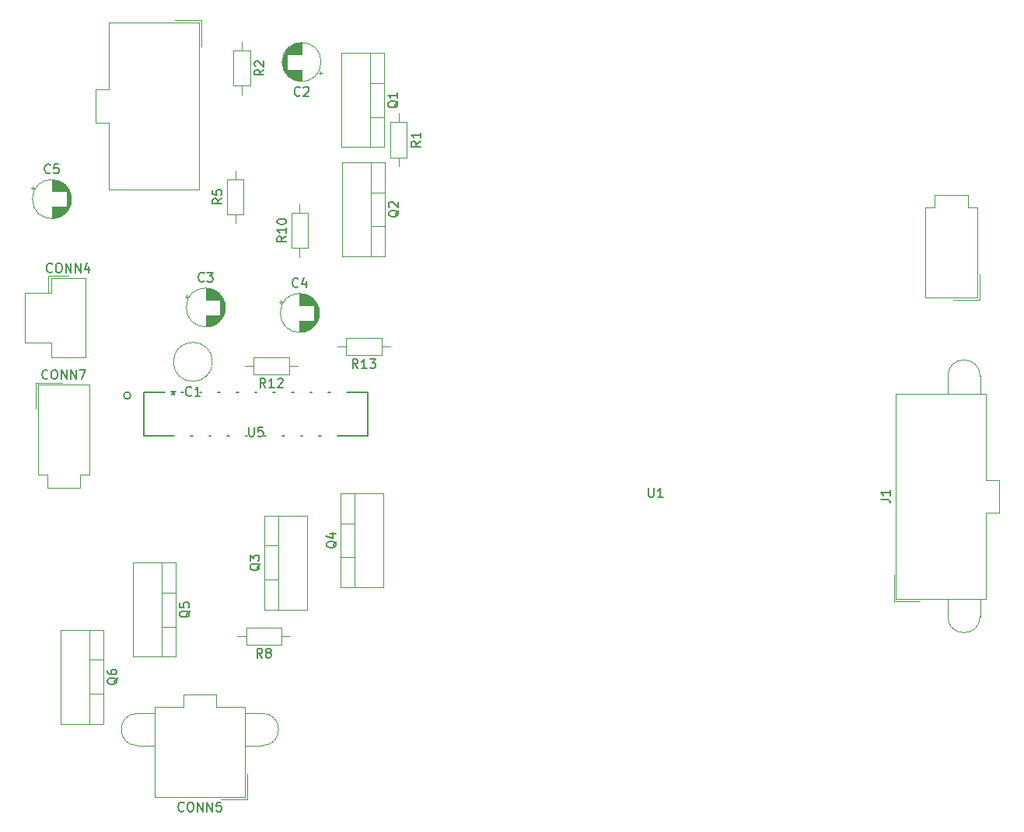
<source format=gbr>
G04 #@! TF.GenerationSoftware,KiCad,Pcbnew,(5.1.7)-1*
G04 #@! TF.CreationDate,2021-10-23T14:10:48-04:00*
G04 #@! TF.ProjectId,PCB_2020,5043425f-3230-4323-902e-6b696361645f,rev?*
G04 #@! TF.SameCoordinates,Original*
G04 #@! TF.FileFunction,Legend,Top*
G04 #@! TF.FilePolarity,Positive*
%FSLAX46Y46*%
G04 Gerber Fmt 4.6, Leading zero omitted, Abs format (unit mm)*
G04 Created by KiCad (PCBNEW (5.1.7)-1) date 2021-10-23 14:10:48*
%MOMM*%
%LPD*%
G01*
G04 APERTURE LIST*
%ADD10C,0.120000*%
%ADD11C,0.152400*%
%ADD12C,0.150000*%
G04 APERTURE END LIST*
D10*
X140350000Y-125575000D02*
G75*
G03*
X140350000Y-129095000I0J-1760000D01*
G01*
X153950000Y-129095000D02*
G75*
G03*
X153950000Y-125575000I0J1760000D01*
G01*
X153950000Y-129095000D02*
X152060000Y-129095000D01*
X153950000Y-125575000D02*
X152060000Y-125575000D01*
X140350000Y-129095000D02*
X142240000Y-129095000D01*
X140350000Y-125575000D02*
X142240000Y-125575000D01*
X147150000Y-134735000D02*
X152060000Y-134735000D01*
X152060000Y-134735000D02*
X152060000Y-124915000D01*
X152060000Y-124915000D02*
X148960000Y-124915000D01*
X148960000Y-124915000D02*
X148960000Y-123515000D01*
X148960000Y-123515000D02*
X147150000Y-123515000D01*
X147150000Y-134735000D02*
X142240000Y-134735000D01*
X142240000Y-134735000D02*
X142240000Y-124915000D01*
X142240000Y-124915000D02*
X145340000Y-124915000D01*
X145340000Y-124915000D02*
X145340000Y-123515000D01*
X145340000Y-123515000D02*
X147150000Y-123515000D01*
X149450000Y-134975000D02*
X152300000Y-134975000D01*
X152300000Y-134975000D02*
X152300000Y-132125000D01*
X130660000Y-77860000D02*
X130660000Y-79780000D01*
X132810000Y-77860000D02*
X130660000Y-77860000D01*
X128100000Y-85200000D02*
X128100000Y-82490000D01*
X130960000Y-85200000D02*
X128100000Y-85200000D01*
X130960000Y-86820000D02*
X130960000Y-85200000D01*
X134660000Y-86820000D02*
X130960000Y-86820000D01*
X134660000Y-82490000D02*
X134660000Y-86820000D01*
X128100000Y-79780000D02*
X128100000Y-82490000D01*
X130960000Y-79780000D02*
X128100000Y-79780000D01*
X130960000Y-78160000D02*
X130960000Y-79780000D01*
X134660000Y-78160000D02*
X130960000Y-78160000D01*
X134660000Y-82490000D02*
X134660000Y-78160000D01*
X162480000Y-104859000D02*
X163990000Y-104859000D01*
X162480000Y-108560000D02*
X163990000Y-108560000D01*
X163990000Y-111830000D02*
X163990000Y-101590000D01*
X162480000Y-101590000D02*
X167121000Y-101590000D01*
X162480000Y-111830000D02*
X167121000Y-111830000D01*
X167121000Y-111830000D02*
X167121000Y-101590000D01*
X162480000Y-111830000D02*
X162480000Y-101590000D01*
X222710000Y-113380000D02*
X225560000Y-113380000D01*
X222710000Y-110530000D02*
X222710000Y-113380000D01*
X234170000Y-100120000D02*
X234170000Y-101930000D01*
X232770000Y-100120000D02*
X234170000Y-100120000D01*
X232770000Y-90720000D02*
X232770000Y-100120000D01*
X222950000Y-90720000D02*
X232770000Y-90720000D01*
X222950000Y-101930000D02*
X222950000Y-90720000D01*
X234170000Y-103740000D02*
X234170000Y-101930000D01*
X232770000Y-103740000D02*
X234170000Y-103740000D01*
X232770000Y-113140000D02*
X232770000Y-103740000D01*
X222950000Y-113140000D02*
X232770000Y-113140000D01*
X222950000Y-101930000D02*
X222950000Y-113140000D01*
X232110000Y-88830000D02*
X232110000Y-90720000D01*
X228590000Y-88830000D02*
X228590000Y-90720000D01*
X232110000Y-115030000D02*
X232110000Y-113140000D01*
X228590000Y-115030000D02*
X228590000Y-113140000D01*
X232110000Y-88830000D02*
G75*
G03*
X228590000Y-88830000I-1760000J0D01*
G01*
X228590000Y-115030000D02*
G75*
G03*
X232110000Y-115030000I1760000J0D01*
G01*
X166930000Y-86510000D02*
X166930000Y-84670000D01*
X166930000Y-84670000D02*
X163090000Y-84670000D01*
X163090000Y-84670000D02*
X163090000Y-86510000D01*
X163090000Y-86510000D02*
X166930000Y-86510000D01*
X167880000Y-85590000D02*
X166930000Y-85590000D01*
X162140000Y-85590000D02*
X163090000Y-85590000D01*
X156860000Y-88610000D02*
X156860000Y-86770000D01*
X156860000Y-86770000D02*
X153020000Y-86770000D01*
X153020000Y-86770000D02*
X153020000Y-88610000D01*
X153020000Y-88610000D02*
X156860000Y-88610000D01*
X157810000Y-87690000D02*
X156860000Y-87690000D01*
X152070000Y-87690000D02*
X153020000Y-87690000D01*
X157100000Y-74880000D02*
X158940000Y-74880000D01*
X158940000Y-74880000D02*
X158940000Y-71040000D01*
X158940000Y-71040000D02*
X157100000Y-71040000D01*
X157100000Y-71040000D02*
X157100000Y-74880000D01*
X158020000Y-75830000D02*
X158020000Y-74880000D01*
X158020000Y-70090000D02*
X158020000Y-71040000D01*
X156030000Y-118070000D02*
X156030000Y-116230000D01*
X156030000Y-116230000D02*
X152190000Y-116230000D01*
X152190000Y-116230000D02*
X152190000Y-118070000D01*
X152190000Y-118070000D02*
X156030000Y-118070000D01*
X156980000Y-117150000D02*
X156030000Y-117150000D01*
X151240000Y-117150000D02*
X152190000Y-117150000D01*
X150080000Y-71210000D02*
X151920000Y-71210000D01*
X151920000Y-71210000D02*
X151920000Y-67370000D01*
X151920000Y-67370000D02*
X150080000Y-67370000D01*
X150080000Y-67370000D02*
X150080000Y-71210000D01*
X151000000Y-72160000D02*
X151000000Y-71210000D01*
X151000000Y-66420000D02*
X151000000Y-67370000D01*
X152650000Y-53340000D02*
X150810000Y-53340000D01*
X150810000Y-53340000D02*
X150810000Y-57180000D01*
X150810000Y-57180000D02*
X152650000Y-57180000D01*
X152650000Y-57180000D02*
X152650000Y-53340000D01*
X151730000Y-52390000D02*
X151730000Y-53340000D01*
X151730000Y-58130000D02*
X151730000Y-57180000D01*
X169700000Y-61140000D02*
X167860000Y-61140000D01*
X167860000Y-61140000D02*
X167860000Y-64980000D01*
X167860000Y-64980000D02*
X169700000Y-64980000D01*
X169700000Y-64980000D02*
X169700000Y-61140000D01*
X168780000Y-60190000D02*
X168780000Y-61140000D01*
X168780000Y-65930000D02*
X168780000Y-64980000D01*
X133150000Y-69530000D02*
G75*
G03*
X133150000Y-69530000I-2120000J0D01*
G01*
X131030000Y-70370000D02*
X131030000Y-71610000D01*
X131030000Y-67450000D02*
X131030000Y-68690000D01*
X131070000Y-70370000D02*
X131070000Y-71610000D01*
X131070000Y-67450000D02*
X131070000Y-68690000D01*
X131110000Y-70370000D02*
X131110000Y-71609000D01*
X131110000Y-67451000D02*
X131110000Y-68690000D01*
X131150000Y-67453000D02*
X131150000Y-68690000D01*
X131150000Y-70370000D02*
X131150000Y-71607000D01*
X131190000Y-67456000D02*
X131190000Y-68690000D01*
X131190000Y-70370000D02*
X131190000Y-71604000D01*
X131230000Y-67459000D02*
X131230000Y-68690000D01*
X131230000Y-70370000D02*
X131230000Y-71601000D01*
X131270000Y-67463000D02*
X131270000Y-68690000D01*
X131270000Y-70370000D02*
X131270000Y-71597000D01*
X131310000Y-67468000D02*
X131310000Y-68690000D01*
X131310000Y-70370000D02*
X131310000Y-71592000D01*
X131350000Y-67474000D02*
X131350000Y-68690000D01*
X131350000Y-70370000D02*
X131350000Y-71586000D01*
X131390000Y-67480000D02*
X131390000Y-68690000D01*
X131390000Y-70370000D02*
X131390000Y-71580000D01*
X131430000Y-67488000D02*
X131430000Y-68690000D01*
X131430000Y-70370000D02*
X131430000Y-71572000D01*
X131470000Y-67496000D02*
X131470000Y-68690000D01*
X131470000Y-70370000D02*
X131470000Y-71564000D01*
X131510000Y-67505000D02*
X131510000Y-68690000D01*
X131510000Y-70370000D02*
X131510000Y-71555000D01*
X131550000Y-67514000D02*
X131550000Y-68690000D01*
X131550000Y-70370000D02*
X131550000Y-71546000D01*
X131590000Y-67525000D02*
X131590000Y-68690000D01*
X131590000Y-70370000D02*
X131590000Y-71535000D01*
X131630000Y-67536000D02*
X131630000Y-68690000D01*
X131630000Y-70370000D02*
X131630000Y-71524000D01*
X131670000Y-67548000D02*
X131670000Y-68690000D01*
X131670000Y-70370000D02*
X131670000Y-71512000D01*
X131710000Y-67562000D02*
X131710000Y-68690000D01*
X131710000Y-70370000D02*
X131710000Y-71498000D01*
X131751000Y-67576000D02*
X131751000Y-68690000D01*
X131751000Y-70370000D02*
X131751000Y-71484000D01*
X131791000Y-67590000D02*
X131791000Y-68690000D01*
X131791000Y-70370000D02*
X131791000Y-71470000D01*
X131831000Y-67606000D02*
X131831000Y-68690000D01*
X131831000Y-70370000D02*
X131831000Y-71454000D01*
X131871000Y-67623000D02*
X131871000Y-68690000D01*
X131871000Y-70370000D02*
X131871000Y-71437000D01*
X131911000Y-67641000D02*
X131911000Y-68690000D01*
X131911000Y-70370000D02*
X131911000Y-71419000D01*
X131951000Y-67660000D02*
X131951000Y-68690000D01*
X131951000Y-70370000D02*
X131951000Y-71400000D01*
X131991000Y-67679000D02*
X131991000Y-68690000D01*
X131991000Y-70370000D02*
X131991000Y-71381000D01*
X132031000Y-67700000D02*
X132031000Y-68690000D01*
X132031000Y-70370000D02*
X132031000Y-71360000D01*
X132071000Y-67722000D02*
X132071000Y-68690000D01*
X132071000Y-70370000D02*
X132071000Y-71338000D01*
X132111000Y-67745000D02*
X132111000Y-68690000D01*
X132111000Y-70370000D02*
X132111000Y-71315000D01*
X132151000Y-67770000D02*
X132151000Y-68690000D01*
X132151000Y-70370000D02*
X132151000Y-71290000D01*
X132191000Y-67795000D02*
X132191000Y-68690000D01*
X132191000Y-70370000D02*
X132191000Y-71265000D01*
X132231000Y-67822000D02*
X132231000Y-68690000D01*
X132231000Y-70370000D02*
X132231000Y-71238000D01*
X132271000Y-67850000D02*
X132271000Y-68690000D01*
X132271000Y-70370000D02*
X132271000Y-71210000D01*
X132311000Y-67880000D02*
X132311000Y-68690000D01*
X132311000Y-70370000D02*
X132311000Y-71180000D01*
X132351000Y-67911000D02*
X132351000Y-68690000D01*
X132351000Y-70370000D02*
X132351000Y-71149000D01*
X132391000Y-67943000D02*
X132391000Y-68690000D01*
X132391000Y-70370000D02*
X132391000Y-71117000D01*
X132431000Y-67978000D02*
X132431000Y-68690000D01*
X132431000Y-70370000D02*
X132431000Y-71082000D01*
X132471000Y-68014000D02*
X132471000Y-68690000D01*
X132471000Y-70370000D02*
X132471000Y-71046000D01*
X132511000Y-68052000D02*
X132511000Y-68690000D01*
X132511000Y-70370000D02*
X132511000Y-71008000D01*
X132551000Y-68092000D02*
X132551000Y-68690000D01*
X132551000Y-70370000D02*
X132551000Y-70968000D01*
X132591000Y-68134000D02*
X132591000Y-68690000D01*
X132591000Y-70370000D02*
X132591000Y-70926000D01*
X132631000Y-68179000D02*
X132631000Y-70881000D01*
X132671000Y-68226000D02*
X132671000Y-70834000D01*
X132711000Y-68276000D02*
X132711000Y-70784000D01*
X132751000Y-68330000D02*
X132751000Y-70730000D01*
X132791000Y-68388000D02*
X132791000Y-70672000D01*
X132831000Y-68450000D02*
X132831000Y-70610000D01*
X132871000Y-68517000D02*
X132871000Y-70543000D01*
X132911000Y-68590000D02*
X132911000Y-70470000D01*
X132951000Y-68671000D02*
X132951000Y-70389000D01*
X132991000Y-68762000D02*
X132991000Y-70298000D01*
X133031000Y-68866000D02*
X133031000Y-70194000D01*
X133071000Y-68993000D02*
X133071000Y-70067000D01*
X133111000Y-69160000D02*
X133111000Y-69900000D01*
X128760199Y-68335000D02*
X129160199Y-68335000D01*
X128960199Y-68135000D02*
X128960199Y-68535000D01*
X160140000Y-81930000D02*
G75*
G03*
X160140000Y-81930000I-2120000J0D01*
G01*
X158020000Y-82770000D02*
X158020000Y-84010000D01*
X158020000Y-79850000D02*
X158020000Y-81090000D01*
X158060000Y-82770000D02*
X158060000Y-84010000D01*
X158060000Y-79850000D02*
X158060000Y-81090000D01*
X158100000Y-82770000D02*
X158100000Y-84009000D01*
X158100000Y-79851000D02*
X158100000Y-81090000D01*
X158140000Y-79853000D02*
X158140000Y-81090000D01*
X158140000Y-82770000D02*
X158140000Y-84007000D01*
X158180000Y-79856000D02*
X158180000Y-81090000D01*
X158180000Y-82770000D02*
X158180000Y-84004000D01*
X158220000Y-79859000D02*
X158220000Y-81090000D01*
X158220000Y-82770000D02*
X158220000Y-84001000D01*
X158260000Y-79863000D02*
X158260000Y-81090000D01*
X158260000Y-82770000D02*
X158260000Y-83997000D01*
X158300000Y-79868000D02*
X158300000Y-81090000D01*
X158300000Y-82770000D02*
X158300000Y-83992000D01*
X158340000Y-79874000D02*
X158340000Y-81090000D01*
X158340000Y-82770000D02*
X158340000Y-83986000D01*
X158380000Y-79880000D02*
X158380000Y-81090000D01*
X158380000Y-82770000D02*
X158380000Y-83980000D01*
X158420000Y-79888000D02*
X158420000Y-81090000D01*
X158420000Y-82770000D02*
X158420000Y-83972000D01*
X158460000Y-79896000D02*
X158460000Y-81090000D01*
X158460000Y-82770000D02*
X158460000Y-83964000D01*
X158500000Y-79905000D02*
X158500000Y-81090000D01*
X158500000Y-82770000D02*
X158500000Y-83955000D01*
X158540000Y-79914000D02*
X158540000Y-81090000D01*
X158540000Y-82770000D02*
X158540000Y-83946000D01*
X158580000Y-79925000D02*
X158580000Y-81090000D01*
X158580000Y-82770000D02*
X158580000Y-83935000D01*
X158620000Y-79936000D02*
X158620000Y-81090000D01*
X158620000Y-82770000D02*
X158620000Y-83924000D01*
X158660000Y-79948000D02*
X158660000Y-81090000D01*
X158660000Y-82770000D02*
X158660000Y-83912000D01*
X158700000Y-79962000D02*
X158700000Y-81090000D01*
X158700000Y-82770000D02*
X158700000Y-83898000D01*
X158741000Y-79976000D02*
X158741000Y-81090000D01*
X158741000Y-82770000D02*
X158741000Y-83884000D01*
X158781000Y-79990000D02*
X158781000Y-81090000D01*
X158781000Y-82770000D02*
X158781000Y-83870000D01*
X158821000Y-80006000D02*
X158821000Y-81090000D01*
X158821000Y-82770000D02*
X158821000Y-83854000D01*
X158861000Y-80023000D02*
X158861000Y-81090000D01*
X158861000Y-82770000D02*
X158861000Y-83837000D01*
X158901000Y-80041000D02*
X158901000Y-81090000D01*
X158901000Y-82770000D02*
X158901000Y-83819000D01*
X158941000Y-80060000D02*
X158941000Y-81090000D01*
X158941000Y-82770000D02*
X158941000Y-83800000D01*
X158981000Y-80079000D02*
X158981000Y-81090000D01*
X158981000Y-82770000D02*
X158981000Y-83781000D01*
X159021000Y-80100000D02*
X159021000Y-81090000D01*
X159021000Y-82770000D02*
X159021000Y-83760000D01*
X159061000Y-80122000D02*
X159061000Y-81090000D01*
X159061000Y-82770000D02*
X159061000Y-83738000D01*
X159101000Y-80145000D02*
X159101000Y-81090000D01*
X159101000Y-82770000D02*
X159101000Y-83715000D01*
X159141000Y-80170000D02*
X159141000Y-81090000D01*
X159141000Y-82770000D02*
X159141000Y-83690000D01*
X159181000Y-80195000D02*
X159181000Y-81090000D01*
X159181000Y-82770000D02*
X159181000Y-83665000D01*
X159221000Y-80222000D02*
X159221000Y-81090000D01*
X159221000Y-82770000D02*
X159221000Y-83638000D01*
X159261000Y-80250000D02*
X159261000Y-81090000D01*
X159261000Y-82770000D02*
X159261000Y-83610000D01*
X159301000Y-80280000D02*
X159301000Y-81090000D01*
X159301000Y-82770000D02*
X159301000Y-83580000D01*
X159341000Y-80311000D02*
X159341000Y-81090000D01*
X159341000Y-82770000D02*
X159341000Y-83549000D01*
X159381000Y-80343000D02*
X159381000Y-81090000D01*
X159381000Y-82770000D02*
X159381000Y-83517000D01*
X159421000Y-80378000D02*
X159421000Y-81090000D01*
X159421000Y-82770000D02*
X159421000Y-83482000D01*
X159461000Y-80414000D02*
X159461000Y-81090000D01*
X159461000Y-82770000D02*
X159461000Y-83446000D01*
X159501000Y-80452000D02*
X159501000Y-81090000D01*
X159501000Y-82770000D02*
X159501000Y-83408000D01*
X159541000Y-80492000D02*
X159541000Y-81090000D01*
X159541000Y-82770000D02*
X159541000Y-83368000D01*
X159581000Y-80534000D02*
X159581000Y-81090000D01*
X159581000Y-82770000D02*
X159581000Y-83326000D01*
X159621000Y-80579000D02*
X159621000Y-83281000D01*
X159661000Y-80626000D02*
X159661000Y-83234000D01*
X159701000Y-80676000D02*
X159701000Y-83184000D01*
X159741000Y-80730000D02*
X159741000Y-83130000D01*
X159781000Y-80788000D02*
X159781000Y-83072000D01*
X159821000Y-80850000D02*
X159821000Y-83010000D01*
X159861000Y-80917000D02*
X159861000Y-82943000D01*
X159901000Y-80990000D02*
X159901000Y-82870000D01*
X159941000Y-81071000D02*
X159941000Y-82789000D01*
X159981000Y-81162000D02*
X159981000Y-82698000D01*
X160021000Y-81266000D02*
X160021000Y-82594000D01*
X160061000Y-81393000D02*
X160061000Y-82467000D01*
X160101000Y-81560000D02*
X160101000Y-82300000D01*
X155750199Y-80735000D02*
X156150199Y-80735000D01*
X155950199Y-80535000D02*
X155950199Y-80935000D01*
X149900000Y-81340000D02*
G75*
G03*
X149900000Y-81340000I-2120000J0D01*
G01*
X147780000Y-82180000D02*
X147780000Y-83420000D01*
X147780000Y-79260000D02*
X147780000Y-80500000D01*
X147820000Y-82180000D02*
X147820000Y-83420000D01*
X147820000Y-79260000D02*
X147820000Y-80500000D01*
X147860000Y-82180000D02*
X147860000Y-83419000D01*
X147860000Y-79261000D02*
X147860000Y-80500000D01*
X147900000Y-79263000D02*
X147900000Y-80500000D01*
X147900000Y-82180000D02*
X147900000Y-83417000D01*
X147940000Y-79266000D02*
X147940000Y-80500000D01*
X147940000Y-82180000D02*
X147940000Y-83414000D01*
X147980000Y-79269000D02*
X147980000Y-80500000D01*
X147980000Y-82180000D02*
X147980000Y-83411000D01*
X148020000Y-79273000D02*
X148020000Y-80500000D01*
X148020000Y-82180000D02*
X148020000Y-83407000D01*
X148060000Y-79278000D02*
X148060000Y-80500000D01*
X148060000Y-82180000D02*
X148060000Y-83402000D01*
X148100000Y-79284000D02*
X148100000Y-80500000D01*
X148100000Y-82180000D02*
X148100000Y-83396000D01*
X148140000Y-79290000D02*
X148140000Y-80500000D01*
X148140000Y-82180000D02*
X148140000Y-83390000D01*
X148180000Y-79298000D02*
X148180000Y-80500000D01*
X148180000Y-82180000D02*
X148180000Y-83382000D01*
X148220000Y-79306000D02*
X148220000Y-80500000D01*
X148220000Y-82180000D02*
X148220000Y-83374000D01*
X148260000Y-79315000D02*
X148260000Y-80500000D01*
X148260000Y-82180000D02*
X148260000Y-83365000D01*
X148300000Y-79324000D02*
X148300000Y-80500000D01*
X148300000Y-82180000D02*
X148300000Y-83356000D01*
X148340000Y-79335000D02*
X148340000Y-80500000D01*
X148340000Y-82180000D02*
X148340000Y-83345000D01*
X148380000Y-79346000D02*
X148380000Y-80500000D01*
X148380000Y-82180000D02*
X148380000Y-83334000D01*
X148420000Y-79358000D02*
X148420000Y-80500000D01*
X148420000Y-82180000D02*
X148420000Y-83322000D01*
X148460000Y-79372000D02*
X148460000Y-80500000D01*
X148460000Y-82180000D02*
X148460000Y-83308000D01*
X148501000Y-79386000D02*
X148501000Y-80500000D01*
X148501000Y-82180000D02*
X148501000Y-83294000D01*
X148541000Y-79400000D02*
X148541000Y-80500000D01*
X148541000Y-82180000D02*
X148541000Y-83280000D01*
X148581000Y-79416000D02*
X148581000Y-80500000D01*
X148581000Y-82180000D02*
X148581000Y-83264000D01*
X148621000Y-79433000D02*
X148621000Y-80500000D01*
X148621000Y-82180000D02*
X148621000Y-83247000D01*
X148661000Y-79451000D02*
X148661000Y-80500000D01*
X148661000Y-82180000D02*
X148661000Y-83229000D01*
X148701000Y-79470000D02*
X148701000Y-80500000D01*
X148701000Y-82180000D02*
X148701000Y-83210000D01*
X148741000Y-79489000D02*
X148741000Y-80500000D01*
X148741000Y-82180000D02*
X148741000Y-83191000D01*
X148781000Y-79510000D02*
X148781000Y-80500000D01*
X148781000Y-82180000D02*
X148781000Y-83170000D01*
X148821000Y-79532000D02*
X148821000Y-80500000D01*
X148821000Y-82180000D02*
X148821000Y-83148000D01*
X148861000Y-79555000D02*
X148861000Y-80500000D01*
X148861000Y-82180000D02*
X148861000Y-83125000D01*
X148901000Y-79580000D02*
X148901000Y-80500000D01*
X148901000Y-82180000D02*
X148901000Y-83100000D01*
X148941000Y-79605000D02*
X148941000Y-80500000D01*
X148941000Y-82180000D02*
X148941000Y-83075000D01*
X148981000Y-79632000D02*
X148981000Y-80500000D01*
X148981000Y-82180000D02*
X148981000Y-83048000D01*
X149021000Y-79660000D02*
X149021000Y-80500000D01*
X149021000Y-82180000D02*
X149021000Y-83020000D01*
X149061000Y-79690000D02*
X149061000Y-80500000D01*
X149061000Y-82180000D02*
X149061000Y-82990000D01*
X149101000Y-79721000D02*
X149101000Y-80500000D01*
X149101000Y-82180000D02*
X149101000Y-82959000D01*
X149141000Y-79753000D02*
X149141000Y-80500000D01*
X149141000Y-82180000D02*
X149141000Y-82927000D01*
X149181000Y-79788000D02*
X149181000Y-80500000D01*
X149181000Y-82180000D02*
X149181000Y-82892000D01*
X149221000Y-79824000D02*
X149221000Y-80500000D01*
X149221000Y-82180000D02*
X149221000Y-82856000D01*
X149261000Y-79862000D02*
X149261000Y-80500000D01*
X149261000Y-82180000D02*
X149261000Y-82818000D01*
X149301000Y-79902000D02*
X149301000Y-80500000D01*
X149301000Y-82180000D02*
X149301000Y-82778000D01*
X149341000Y-79944000D02*
X149341000Y-80500000D01*
X149341000Y-82180000D02*
X149341000Y-82736000D01*
X149381000Y-79989000D02*
X149381000Y-82691000D01*
X149421000Y-80036000D02*
X149421000Y-82644000D01*
X149461000Y-80086000D02*
X149461000Y-82594000D01*
X149501000Y-80140000D02*
X149501000Y-82540000D01*
X149541000Y-80198000D02*
X149541000Y-82482000D01*
X149581000Y-80260000D02*
X149581000Y-82420000D01*
X149621000Y-80327000D02*
X149621000Y-82353000D01*
X149661000Y-80400000D02*
X149661000Y-82280000D01*
X149701000Y-80481000D02*
X149701000Y-82199000D01*
X149741000Y-80572000D02*
X149741000Y-82108000D01*
X149781000Y-80676000D02*
X149781000Y-82004000D01*
X149821000Y-80803000D02*
X149821000Y-81877000D01*
X149861000Y-80970000D02*
X149861000Y-81710000D01*
X145510199Y-80145000D02*
X145910199Y-80145000D01*
X145710199Y-79945000D02*
X145710199Y-80345000D01*
X160340000Y-54590000D02*
G75*
G03*
X160340000Y-54590000I-2120000J0D01*
G01*
X158220000Y-53750000D02*
X158220000Y-52510000D01*
X158220000Y-56670000D02*
X158220000Y-55430000D01*
X158180000Y-53750000D02*
X158180000Y-52510000D01*
X158180000Y-56670000D02*
X158180000Y-55430000D01*
X158140000Y-53750000D02*
X158140000Y-52511000D01*
X158140000Y-56669000D02*
X158140000Y-55430000D01*
X158100000Y-56667000D02*
X158100000Y-55430000D01*
X158100000Y-53750000D02*
X158100000Y-52513000D01*
X158060000Y-56664000D02*
X158060000Y-55430000D01*
X158060000Y-53750000D02*
X158060000Y-52516000D01*
X158020000Y-56661000D02*
X158020000Y-55430000D01*
X158020000Y-53750000D02*
X158020000Y-52519000D01*
X157980000Y-56657000D02*
X157980000Y-55430000D01*
X157980000Y-53750000D02*
X157980000Y-52523000D01*
X157940000Y-56652000D02*
X157940000Y-55430000D01*
X157940000Y-53750000D02*
X157940000Y-52528000D01*
X157900000Y-56646000D02*
X157900000Y-55430000D01*
X157900000Y-53750000D02*
X157900000Y-52534000D01*
X157860000Y-56640000D02*
X157860000Y-55430000D01*
X157860000Y-53750000D02*
X157860000Y-52540000D01*
X157820000Y-56632000D02*
X157820000Y-55430000D01*
X157820000Y-53750000D02*
X157820000Y-52548000D01*
X157780000Y-56624000D02*
X157780000Y-55430000D01*
X157780000Y-53750000D02*
X157780000Y-52556000D01*
X157740000Y-56615000D02*
X157740000Y-55430000D01*
X157740000Y-53750000D02*
X157740000Y-52565000D01*
X157700000Y-56606000D02*
X157700000Y-55430000D01*
X157700000Y-53750000D02*
X157700000Y-52574000D01*
X157660000Y-56595000D02*
X157660000Y-55430000D01*
X157660000Y-53750000D02*
X157660000Y-52585000D01*
X157620000Y-56584000D02*
X157620000Y-55430000D01*
X157620000Y-53750000D02*
X157620000Y-52596000D01*
X157580000Y-56572000D02*
X157580000Y-55430000D01*
X157580000Y-53750000D02*
X157580000Y-52608000D01*
X157540000Y-56558000D02*
X157540000Y-55430000D01*
X157540000Y-53750000D02*
X157540000Y-52622000D01*
X157499000Y-56544000D02*
X157499000Y-55430000D01*
X157499000Y-53750000D02*
X157499000Y-52636000D01*
X157459000Y-56530000D02*
X157459000Y-55430000D01*
X157459000Y-53750000D02*
X157459000Y-52650000D01*
X157419000Y-56514000D02*
X157419000Y-55430000D01*
X157419000Y-53750000D02*
X157419000Y-52666000D01*
X157379000Y-56497000D02*
X157379000Y-55430000D01*
X157379000Y-53750000D02*
X157379000Y-52683000D01*
X157339000Y-56479000D02*
X157339000Y-55430000D01*
X157339000Y-53750000D02*
X157339000Y-52701000D01*
X157299000Y-56460000D02*
X157299000Y-55430000D01*
X157299000Y-53750000D02*
X157299000Y-52720000D01*
X157259000Y-56441000D02*
X157259000Y-55430000D01*
X157259000Y-53750000D02*
X157259000Y-52739000D01*
X157219000Y-56420000D02*
X157219000Y-55430000D01*
X157219000Y-53750000D02*
X157219000Y-52760000D01*
X157179000Y-56398000D02*
X157179000Y-55430000D01*
X157179000Y-53750000D02*
X157179000Y-52782000D01*
X157139000Y-56375000D02*
X157139000Y-55430000D01*
X157139000Y-53750000D02*
X157139000Y-52805000D01*
X157099000Y-56350000D02*
X157099000Y-55430000D01*
X157099000Y-53750000D02*
X157099000Y-52830000D01*
X157059000Y-56325000D02*
X157059000Y-55430000D01*
X157059000Y-53750000D02*
X157059000Y-52855000D01*
X157019000Y-56298000D02*
X157019000Y-55430000D01*
X157019000Y-53750000D02*
X157019000Y-52882000D01*
X156979000Y-56270000D02*
X156979000Y-55430000D01*
X156979000Y-53750000D02*
X156979000Y-52910000D01*
X156939000Y-56240000D02*
X156939000Y-55430000D01*
X156939000Y-53750000D02*
X156939000Y-52940000D01*
X156899000Y-56209000D02*
X156899000Y-55430000D01*
X156899000Y-53750000D02*
X156899000Y-52971000D01*
X156859000Y-56177000D02*
X156859000Y-55430000D01*
X156859000Y-53750000D02*
X156859000Y-53003000D01*
X156819000Y-56142000D02*
X156819000Y-55430000D01*
X156819000Y-53750000D02*
X156819000Y-53038000D01*
X156779000Y-56106000D02*
X156779000Y-55430000D01*
X156779000Y-53750000D02*
X156779000Y-53074000D01*
X156739000Y-56068000D02*
X156739000Y-55430000D01*
X156739000Y-53750000D02*
X156739000Y-53112000D01*
X156699000Y-56028000D02*
X156699000Y-55430000D01*
X156699000Y-53750000D02*
X156699000Y-53152000D01*
X156659000Y-55986000D02*
X156659000Y-55430000D01*
X156659000Y-53750000D02*
X156659000Y-53194000D01*
X156619000Y-55941000D02*
X156619000Y-53239000D01*
X156579000Y-55894000D02*
X156579000Y-53286000D01*
X156539000Y-55844000D02*
X156539000Y-53336000D01*
X156499000Y-55790000D02*
X156499000Y-53390000D01*
X156459000Y-55732000D02*
X156459000Y-53448000D01*
X156419000Y-55670000D02*
X156419000Y-53510000D01*
X156379000Y-55603000D02*
X156379000Y-53577000D01*
X156339000Y-55530000D02*
X156339000Y-53650000D01*
X156299000Y-55449000D02*
X156299000Y-53731000D01*
X156259000Y-55358000D02*
X156259000Y-53822000D01*
X156219000Y-55254000D02*
X156219000Y-53926000D01*
X156179000Y-55127000D02*
X156179000Y-54053000D01*
X156139000Y-54960000D02*
X156139000Y-54220000D01*
X160489801Y-55785000D02*
X160089801Y-55785000D01*
X160289801Y-55985000D02*
X160289801Y-55585000D01*
X148510000Y-87270000D02*
G75*
G03*
X148510000Y-87270000I-2120000J0D01*
G01*
D11*
X139612899Y-90940000D02*
G75*
G03*
X139612899Y-90940000I-381000J0D01*
G01*
X161347826Y-90565104D02*
X161132172Y-90565104D01*
X162132169Y-95314904D02*
X165470099Y-95314904D01*
X159347825Y-90565104D02*
X159132173Y-90565104D01*
X160132170Y-95314904D02*
X160347829Y-95314904D01*
X157347826Y-90565104D02*
X157132172Y-90565104D01*
X158132169Y-95314904D02*
X158347830Y-95314904D01*
X155347825Y-90565104D02*
X155132173Y-90565104D01*
X156132171Y-95314904D02*
X156347829Y-95314904D01*
X153347827Y-90565104D02*
X153132172Y-90565104D01*
X154132170Y-95314904D02*
X154347830Y-95314904D01*
X151347826Y-90565104D02*
X151132174Y-90565104D01*
X152132169Y-95314904D02*
X152347829Y-95314904D01*
X149347827Y-90565104D02*
X149132173Y-90565104D01*
X150132170Y-95314904D02*
X150347828Y-95314904D01*
X147347826Y-90565104D02*
X147132172Y-90565104D01*
X148132169Y-95314904D02*
X148347830Y-95314904D01*
X145347825Y-90565104D02*
X145132173Y-90565104D01*
X146132170Y-95314904D02*
X146347829Y-95314904D01*
X143347826Y-90565104D02*
X141009899Y-90565104D01*
X141009899Y-90565104D02*
X141009899Y-95314904D01*
X165470099Y-90565104D02*
X163132173Y-90565104D01*
X165470099Y-95314904D02*
X165470099Y-90565104D01*
X141009899Y-95314904D02*
X144347830Y-95314904D01*
D10*
X129270000Y-89540000D02*
X129270000Y-92390000D01*
X132120000Y-89540000D02*
X129270000Y-89540000D01*
X134130000Y-101000000D02*
X132320000Y-101000000D01*
X134130000Y-99600000D02*
X134130000Y-101000000D01*
X135130000Y-99600000D02*
X134130000Y-99600000D01*
X135130000Y-89780000D02*
X135130000Y-99600000D01*
X132320000Y-89780000D02*
X135130000Y-89780000D01*
X130510000Y-101000000D02*
X132320000Y-101000000D01*
X130510000Y-99600000D02*
X130510000Y-101000000D01*
X129510000Y-99600000D02*
X130510000Y-99600000D01*
X129510000Y-89780000D02*
X129510000Y-99600000D01*
X132320000Y-89780000D02*
X129510000Y-89780000D01*
X147060000Y-59375000D02*
X147060000Y-50265000D01*
X147060000Y-50265000D02*
X137240000Y-50265000D01*
X137240000Y-50265000D02*
X137240000Y-57565000D01*
X137240000Y-57565000D02*
X135840000Y-57565000D01*
X135840000Y-57565000D02*
X135840000Y-59375000D01*
X147060000Y-59375000D02*
X147060000Y-68485000D01*
X147060000Y-68485000D02*
X137240000Y-68485000D01*
X137240000Y-68485000D02*
X137240000Y-61185000D01*
X137240000Y-61185000D02*
X135840000Y-61185000D01*
X135840000Y-61185000D02*
X135840000Y-59375000D01*
X147300000Y-52875000D02*
X147300000Y-50025000D01*
X147300000Y-50025000D02*
X144450000Y-50025000D01*
X154160000Y-107299000D02*
X155670000Y-107299000D01*
X154160000Y-111000000D02*
X155670000Y-111000000D01*
X155670000Y-114270000D02*
X155670000Y-104030000D01*
X154160000Y-104030000D02*
X158801000Y-104030000D01*
X154160000Y-114270000D02*
X158801000Y-114270000D01*
X158801000Y-114270000D02*
X158801000Y-104030000D01*
X154160000Y-114270000D02*
X154160000Y-104030000D01*
X167190000Y-60591000D02*
X165680000Y-60591000D01*
X167190000Y-56890000D02*
X165680000Y-56890000D01*
X165680000Y-53620000D02*
X165680000Y-63860000D01*
X167190000Y-63860000D02*
X162549000Y-63860000D01*
X167190000Y-53620000D02*
X162549000Y-53620000D01*
X162549000Y-53620000D02*
X162549000Y-63860000D01*
X167190000Y-53620000D02*
X167190000Y-63860000D01*
X167260000Y-72501000D02*
X165750000Y-72501000D01*
X167260000Y-68800000D02*
X165750000Y-68800000D01*
X165750000Y-65530000D02*
X165750000Y-75770000D01*
X167260000Y-75770000D02*
X162619000Y-75770000D01*
X167260000Y-65530000D02*
X162619000Y-65530000D01*
X162619000Y-65530000D02*
X162619000Y-75770000D01*
X167260000Y-65530000D02*
X167260000Y-75770000D01*
X144520000Y-116141000D02*
X143010000Y-116141000D01*
X144520000Y-112440000D02*
X143010000Y-112440000D01*
X143010000Y-109170000D02*
X143010000Y-119410000D01*
X144520000Y-119410000D02*
X139879000Y-119410000D01*
X144520000Y-109170000D02*
X139879000Y-109170000D01*
X139879000Y-109170000D02*
X139879000Y-119410000D01*
X144520000Y-109170000D02*
X144520000Y-119410000D01*
X136630000Y-123441000D02*
X135120000Y-123441000D01*
X136630000Y-119740000D02*
X135120000Y-119740000D01*
X135120000Y-116470000D02*
X135120000Y-126710000D01*
X136630000Y-126710000D02*
X131989000Y-126710000D01*
X136630000Y-116470000D02*
X131989000Y-116470000D01*
X131989000Y-116470000D02*
X131989000Y-126710000D01*
X136630000Y-116470000D02*
X136630000Y-126710000D01*
X228990000Y-80300000D02*
X231800000Y-80300000D01*
X231800000Y-80300000D02*
X231800000Y-70480000D01*
X231800000Y-70480000D02*
X230800000Y-70480000D01*
X230800000Y-70480000D02*
X230800000Y-69080000D01*
X230800000Y-69080000D02*
X228990000Y-69080000D01*
X228990000Y-80300000D02*
X226180000Y-80300000D01*
X226180000Y-80300000D02*
X226180000Y-70480000D01*
X226180000Y-70480000D02*
X227180000Y-70480000D01*
X227180000Y-70480000D02*
X227180000Y-69080000D01*
X227180000Y-69080000D02*
X228990000Y-69080000D01*
X229190000Y-80540000D02*
X232040000Y-80540000D01*
X232040000Y-80540000D02*
X232040000Y-77690000D01*
D12*
X145411904Y-136182142D02*
X145364285Y-136229761D01*
X145221428Y-136277380D01*
X145126190Y-136277380D01*
X144983333Y-136229761D01*
X144888095Y-136134523D01*
X144840476Y-136039285D01*
X144792857Y-135848809D01*
X144792857Y-135705952D01*
X144840476Y-135515476D01*
X144888095Y-135420238D01*
X144983333Y-135325000D01*
X145126190Y-135277380D01*
X145221428Y-135277380D01*
X145364285Y-135325000D01*
X145411904Y-135372619D01*
X146030952Y-135277380D02*
X146221428Y-135277380D01*
X146316666Y-135325000D01*
X146411904Y-135420238D01*
X146459523Y-135610714D01*
X146459523Y-135944047D01*
X146411904Y-136134523D01*
X146316666Y-136229761D01*
X146221428Y-136277380D01*
X146030952Y-136277380D01*
X145935714Y-136229761D01*
X145840476Y-136134523D01*
X145792857Y-135944047D01*
X145792857Y-135610714D01*
X145840476Y-135420238D01*
X145935714Y-135325000D01*
X146030952Y-135277380D01*
X146888095Y-136277380D02*
X146888095Y-135277380D01*
X147459523Y-136277380D01*
X147459523Y-135277380D01*
X147935714Y-136277380D02*
X147935714Y-135277380D01*
X148507142Y-136277380D01*
X148507142Y-135277380D01*
X149459523Y-135277380D02*
X148983333Y-135277380D01*
X148935714Y-135753571D01*
X148983333Y-135705952D01*
X149078571Y-135658333D01*
X149316666Y-135658333D01*
X149411904Y-135705952D01*
X149459523Y-135753571D01*
X149507142Y-135848809D01*
X149507142Y-136086904D01*
X149459523Y-136182142D01*
X149411904Y-136229761D01*
X149316666Y-136277380D01*
X149078571Y-136277380D01*
X148983333Y-136229761D01*
X148935714Y-136182142D01*
X131071904Y-77427142D02*
X131024285Y-77474761D01*
X130881428Y-77522380D01*
X130786190Y-77522380D01*
X130643333Y-77474761D01*
X130548095Y-77379523D01*
X130500476Y-77284285D01*
X130452857Y-77093809D01*
X130452857Y-76950952D01*
X130500476Y-76760476D01*
X130548095Y-76665238D01*
X130643333Y-76570000D01*
X130786190Y-76522380D01*
X130881428Y-76522380D01*
X131024285Y-76570000D01*
X131071904Y-76617619D01*
X131690952Y-76522380D02*
X131881428Y-76522380D01*
X131976666Y-76570000D01*
X132071904Y-76665238D01*
X132119523Y-76855714D01*
X132119523Y-77189047D01*
X132071904Y-77379523D01*
X131976666Y-77474761D01*
X131881428Y-77522380D01*
X131690952Y-77522380D01*
X131595714Y-77474761D01*
X131500476Y-77379523D01*
X131452857Y-77189047D01*
X131452857Y-76855714D01*
X131500476Y-76665238D01*
X131595714Y-76570000D01*
X131690952Y-76522380D01*
X132548095Y-77522380D02*
X132548095Y-76522380D01*
X133119523Y-77522380D01*
X133119523Y-76522380D01*
X133595714Y-77522380D02*
X133595714Y-76522380D01*
X134167142Y-77522380D01*
X134167142Y-76522380D01*
X135071904Y-76855714D02*
X135071904Y-77522380D01*
X134833809Y-76474761D02*
X134595714Y-77189047D01*
X135214761Y-77189047D01*
X162027619Y-106805238D02*
X161980000Y-106900476D01*
X161884761Y-106995714D01*
X161741904Y-107138571D01*
X161694285Y-107233809D01*
X161694285Y-107329047D01*
X161932380Y-107281428D02*
X161884761Y-107376666D01*
X161789523Y-107471904D01*
X161599047Y-107519523D01*
X161265714Y-107519523D01*
X161075238Y-107471904D01*
X160980000Y-107376666D01*
X160932380Y-107281428D01*
X160932380Y-107090952D01*
X160980000Y-106995714D01*
X161075238Y-106900476D01*
X161265714Y-106852857D01*
X161599047Y-106852857D01*
X161789523Y-106900476D01*
X161884761Y-106995714D01*
X161932380Y-107090952D01*
X161932380Y-107281428D01*
X161265714Y-105995714D02*
X161932380Y-105995714D01*
X160884761Y-106233809D02*
X161599047Y-106471904D01*
X161599047Y-105852857D01*
X196014495Y-101021280D02*
X196014495Y-101830804D01*
X196062114Y-101926042D01*
X196109733Y-101973661D01*
X196204971Y-102021280D01*
X196395447Y-102021280D01*
X196490685Y-101973661D01*
X196538304Y-101926042D01*
X196585923Y-101830804D01*
X196585923Y-101021280D01*
X197585923Y-102021280D02*
X197014495Y-102021280D01*
X197300209Y-102021280D02*
X197300209Y-101021280D01*
X197204971Y-101164138D01*
X197109733Y-101259376D01*
X197014495Y-101306995D01*
X221312380Y-102263333D02*
X222026666Y-102263333D01*
X222169523Y-102310952D01*
X222264761Y-102406190D01*
X222312380Y-102549047D01*
X222312380Y-102644285D01*
X222312380Y-101263333D02*
X222312380Y-101834761D01*
X222312380Y-101549047D02*
X221312380Y-101549047D01*
X221455238Y-101644285D01*
X221550476Y-101739523D01*
X221598095Y-101834761D01*
X164367142Y-87962380D02*
X164033809Y-87486190D01*
X163795714Y-87962380D02*
X163795714Y-86962380D01*
X164176666Y-86962380D01*
X164271904Y-87010000D01*
X164319523Y-87057619D01*
X164367142Y-87152857D01*
X164367142Y-87295714D01*
X164319523Y-87390952D01*
X164271904Y-87438571D01*
X164176666Y-87486190D01*
X163795714Y-87486190D01*
X165319523Y-87962380D02*
X164748095Y-87962380D01*
X165033809Y-87962380D02*
X165033809Y-86962380D01*
X164938571Y-87105238D01*
X164843333Y-87200476D01*
X164748095Y-87248095D01*
X165652857Y-86962380D02*
X166271904Y-86962380D01*
X165938571Y-87343333D01*
X166081428Y-87343333D01*
X166176666Y-87390952D01*
X166224285Y-87438571D01*
X166271904Y-87533809D01*
X166271904Y-87771904D01*
X166224285Y-87867142D01*
X166176666Y-87914761D01*
X166081428Y-87962380D01*
X165795714Y-87962380D01*
X165700476Y-87914761D01*
X165652857Y-87867142D01*
X154297142Y-90062380D02*
X153963809Y-89586190D01*
X153725714Y-90062380D02*
X153725714Y-89062380D01*
X154106666Y-89062380D01*
X154201904Y-89110000D01*
X154249523Y-89157619D01*
X154297142Y-89252857D01*
X154297142Y-89395714D01*
X154249523Y-89490952D01*
X154201904Y-89538571D01*
X154106666Y-89586190D01*
X153725714Y-89586190D01*
X155249523Y-90062380D02*
X154678095Y-90062380D01*
X154963809Y-90062380D02*
X154963809Y-89062380D01*
X154868571Y-89205238D01*
X154773333Y-89300476D01*
X154678095Y-89348095D01*
X155630476Y-89157619D02*
X155678095Y-89110000D01*
X155773333Y-89062380D01*
X156011428Y-89062380D01*
X156106666Y-89110000D01*
X156154285Y-89157619D01*
X156201904Y-89252857D01*
X156201904Y-89348095D01*
X156154285Y-89490952D01*
X155582857Y-90062380D01*
X156201904Y-90062380D01*
X156552380Y-73602857D02*
X156076190Y-73936190D01*
X156552380Y-74174285D02*
X155552380Y-74174285D01*
X155552380Y-73793333D01*
X155600000Y-73698095D01*
X155647619Y-73650476D01*
X155742857Y-73602857D01*
X155885714Y-73602857D01*
X155980952Y-73650476D01*
X156028571Y-73698095D01*
X156076190Y-73793333D01*
X156076190Y-74174285D01*
X156552380Y-72650476D02*
X156552380Y-73221904D01*
X156552380Y-72936190D02*
X155552380Y-72936190D01*
X155695238Y-73031428D01*
X155790476Y-73126666D01*
X155838095Y-73221904D01*
X155552380Y-72031428D02*
X155552380Y-71936190D01*
X155600000Y-71840952D01*
X155647619Y-71793333D01*
X155742857Y-71745714D01*
X155933333Y-71698095D01*
X156171428Y-71698095D01*
X156361904Y-71745714D01*
X156457142Y-71793333D01*
X156504761Y-71840952D01*
X156552380Y-71936190D01*
X156552380Y-72031428D01*
X156504761Y-72126666D01*
X156457142Y-72174285D01*
X156361904Y-72221904D01*
X156171428Y-72269523D01*
X155933333Y-72269523D01*
X155742857Y-72221904D01*
X155647619Y-72174285D01*
X155600000Y-72126666D01*
X155552380Y-72031428D01*
X153943333Y-119522380D02*
X153610000Y-119046190D01*
X153371904Y-119522380D02*
X153371904Y-118522380D01*
X153752857Y-118522380D01*
X153848095Y-118570000D01*
X153895714Y-118617619D01*
X153943333Y-118712857D01*
X153943333Y-118855714D01*
X153895714Y-118950952D01*
X153848095Y-118998571D01*
X153752857Y-119046190D01*
X153371904Y-119046190D01*
X154514761Y-118950952D02*
X154419523Y-118903333D01*
X154371904Y-118855714D01*
X154324285Y-118760476D01*
X154324285Y-118712857D01*
X154371904Y-118617619D01*
X154419523Y-118570000D01*
X154514761Y-118522380D01*
X154705238Y-118522380D01*
X154800476Y-118570000D01*
X154848095Y-118617619D01*
X154895714Y-118712857D01*
X154895714Y-118760476D01*
X154848095Y-118855714D01*
X154800476Y-118903333D01*
X154705238Y-118950952D01*
X154514761Y-118950952D01*
X154419523Y-118998571D01*
X154371904Y-119046190D01*
X154324285Y-119141428D01*
X154324285Y-119331904D01*
X154371904Y-119427142D01*
X154419523Y-119474761D01*
X154514761Y-119522380D01*
X154705238Y-119522380D01*
X154800476Y-119474761D01*
X154848095Y-119427142D01*
X154895714Y-119331904D01*
X154895714Y-119141428D01*
X154848095Y-119046190D01*
X154800476Y-118998571D01*
X154705238Y-118950952D01*
X149532380Y-69456666D02*
X149056190Y-69790000D01*
X149532380Y-70028095D02*
X148532380Y-70028095D01*
X148532380Y-69647142D01*
X148580000Y-69551904D01*
X148627619Y-69504285D01*
X148722857Y-69456666D01*
X148865714Y-69456666D01*
X148960952Y-69504285D01*
X149008571Y-69551904D01*
X149056190Y-69647142D01*
X149056190Y-70028095D01*
X148532380Y-68551904D02*
X148532380Y-69028095D01*
X149008571Y-69075714D01*
X148960952Y-69028095D01*
X148913333Y-68932857D01*
X148913333Y-68694761D01*
X148960952Y-68599523D01*
X149008571Y-68551904D01*
X149103809Y-68504285D01*
X149341904Y-68504285D01*
X149437142Y-68551904D01*
X149484761Y-68599523D01*
X149532380Y-68694761D01*
X149532380Y-68932857D01*
X149484761Y-69028095D01*
X149437142Y-69075714D01*
X154102380Y-55426666D02*
X153626190Y-55760000D01*
X154102380Y-55998095D02*
X153102380Y-55998095D01*
X153102380Y-55617142D01*
X153150000Y-55521904D01*
X153197619Y-55474285D01*
X153292857Y-55426666D01*
X153435714Y-55426666D01*
X153530952Y-55474285D01*
X153578571Y-55521904D01*
X153626190Y-55617142D01*
X153626190Y-55998095D01*
X153197619Y-55045714D02*
X153150000Y-54998095D01*
X153102380Y-54902857D01*
X153102380Y-54664761D01*
X153150000Y-54569523D01*
X153197619Y-54521904D01*
X153292857Y-54474285D01*
X153388095Y-54474285D01*
X153530952Y-54521904D01*
X154102380Y-55093333D01*
X154102380Y-54474285D01*
X171152380Y-63226666D02*
X170676190Y-63560000D01*
X171152380Y-63798095D02*
X170152380Y-63798095D01*
X170152380Y-63417142D01*
X170200000Y-63321904D01*
X170247619Y-63274285D01*
X170342857Y-63226666D01*
X170485714Y-63226666D01*
X170580952Y-63274285D01*
X170628571Y-63321904D01*
X170676190Y-63417142D01*
X170676190Y-63798095D01*
X171152380Y-62274285D02*
X171152380Y-62845714D01*
X171152380Y-62560000D02*
X170152380Y-62560000D01*
X170295238Y-62655238D01*
X170390476Y-62750476D01*
X170438095Y-62845714D01*
X130863333Y-66637142D02*
X130815714Y-66684761D01*
X130672857Y-66732380D01*
X130577619Y-66732380D01*
X130434761Y-66684761D01*
X130339523Y-66589523D01*
X130291904Y-66494285D01*
X130244285Y-66303809D01*
X130244285Y-66160952D01*
X130291904Y-65970476D01*
X130339523Y-65875238D01*
X130434761Y-65780000D01*
X130577619Y-65732380D01*
X130672857Y-65732380D01*
X130815714Y-65780000D01*
X130863333Y-65827619D01*
X131768095Y-65732380D02*
X131291904Y-65732380D01*
X131244285Y-66208571D01*
X131291904Y-66160952D01*
X131387142Y-66113333D01*
X131625238Y-66113333D01*
X131720476Y-66160952D01*
X131768095Y-66208571D01*
X131815714Y-66303809D01*
X131815714Y-66541904D01*
X131768095Y-66637142D01*
X131720476Y-66684761D01*
X131625238Y-66732380D01*
X131387142Y-66732380D01*
X131291904Y-66684761D01*
X131244285Y-66637142D01*
X157853333Y-79037142D02*
X157805714Y-79084761D01*
X157662857Y-79132380D01*
X157567619Y-79132380D01*
X157424761Y-79084761D01*
X157329523Y-78989523D01*
X157281904Y-78894285D01*
X157234285Y-78703809D01*
X157234285Y-78560952D01*
X157281904Y-78370476D01*
X157329523Y-78275238D01*
X157424761Y-78180000D01*
X157567619Y-78132380D01*
X157662857Y-78132380D01*
X157805714Y-78180000D01*
X157853333Y-78227619D01*
X158710476Y-78465714D02*
X158710476Y-79132380D01*
X158472380Y-78084761D02*
X158234285Y-78799047D01*
X158853333Y-78799047D01*
X147613333Y-78447142D02*
X147565714Y-78494761D01*
X147422857Y-78542380D01*
X147327619Y-78542380D01*
X147184761Y-78494761D01*
X147089523Y-78399523D01*
X147041904Y-78304285D01*
X146994285Y-78113809D01*
X146994285Y-77970952D01*
X147041904Y-77780476D01*
X147089523Y-77685238D01*
X147184761Y-77590000D01*
X147327619Y-77542380D01*
X147422857Y-77542380D01*
X147565714Y-77590000D01*
X147613333Y-77637619D01*
X147946666Y-77542380D02*
X148565714Y-77542380D01*
X148232380Y-77923333D01*
X148375238Y-77923333D01*
X148470476Y-77970952D01*
X148518095Y-78018571D01*
X148565714Y-78113809D01*
X148565714Y-78351904D01*
X148518095Y-78447142D01*
X148470476Y-78494761D01*
X148375238Y-78542380D01*
X148089523Y-78542380D01*
X147994285Y-78494761D01*
X147946666Y-78447142D01*
X158053333Y-58197142D02*
X158005714Y-58244761D01*
X157862857Y-58292380D01*
X157767619Y-58292380D01*
X157624761Y-58244761D01*
X157529523Y-58149523D01*
X157481904Y-58054285D01*
X157434285Y-57863809D01*
X157434285Y-57720952D01*
X157481904Y-57530476D01*
X157529523Y-57435238D01*
X157624761Y-57340000D01*
X157767619Y-57292380D01*
X157862857Y-57292380D01*
X158005714Y-57340000D01*
X158053333Y-57387619D01*
X158434285Y-57387619D02*
X158481904Y-57340000D01*
X158577142Y-57292380D01*
X158815238Y-57292380D01*
X158910476Y-57340000D01*
X158958095Y-57387619D01*
X159005714Y-57482857D01*
X159005714Y-57578095D01*
X158958095Y-57720952D01*
X158386666Y-58292380D01*
X159005714Y-58292380D01*
X146223333Y-90877142D02*
X146175714Y-90924761D01*
X146032857Y-90972380D01*
X145937619Y-90972380D01*
X145794761Y-90924761D01*
X145699523Y-90829523D01*
X145651904Y-90734285D01*
X145604285Y-90543809D01*
X145604285Y-90400952D01*
X145651904Y-90210476D01*
X145699523Y-90115238D01*
X145794761Y-90020000D01*
X145937619Y-89972380D01*
X146032857Y-89972380D01*
X146175714Y-90020000D01*
X146223333Y-90067619D01*
X147175714Y-90972380D02*
X146604285Y-90972380D01*
X146890000Y-90972380D02*
X146890000Y-89972380D01*
X146794761Y-90115238D01*
X146699523Y-90210476D01*
X146604285Y-90258095D01*
X152478094Y-94392380D02*
X152478094Y-95201904D01*
X152525713Y-95297142D01*
X152573332Y-95344761D01*
X152668570Y-95392380D01*
X152859046Y-95392380D01*
X152954284Y-95344761D01*
X153001903Y-95297142D01*
X153049522Y-95201904D01*
X153049522Y-94392380D01*
X154001903Y-94392380D02*
X153525713Y-94392380D01*
X153478094Y-94868571D01*
X153525713Y-94820952D01*
X153620951Y-94773333D01*
X153859046Y-94773333D01*
X153954284Y-94820952D01*
X154001903Y-94868571D01*
X154049522Y-94963809D01*
X154049522Y-95201904D01*
X154001903Y-95297142D01*
X153954284Y-95344761D01*
X153859046Y-95392380D01*
X153620951Y-95392380D01*
X153525713Y-95344761D01*
X153478094Y-95297142D01*
X144240000Y-90392380D02*
X144240000Y-90630476D01*
X144001904Y-90535238D02*
X144240000Y-90630476D01*
X144478095Y-90535238D01*
X144097142Y-90820952D02*
X144240000Y-90630476D01*
X144382857Y-90820952D01*
X130581904Y-89047142D02*
X130534285Y-89094761D01*
X130391428Y-89142380D01*
X130296190Y-89142380D01*
X130153333Y-89094761D01*
X130058095Y-88999523D01*
X130010476Y-88904285D01*
X129962857Y-88713809D01*
X129962857Y-88570952D01*
X130010476Y-88380476D01*
X130058095Y-88285238D01*
X130153333Y-88190000D01*
X130296190Y-88142380D01*
X130391428Y-88142380D01*
X130534285Y-88190000D01*
X130581904Y-88237619D01*
X131200952Y-88142380D02*
X131391428Y-88142380D01*
X131486666Y-88190000D01*
X131581904Y-88285238D01*
X131629523Y-88475714D01*
X131629523Y-88809047D01*
X131581904Y-88999523D01*
X131486666Y-89094761D01*
X131391428Y-89142380D01*
X131200952Y-89142380D01*
X131105714Y-89094761D01*
X131010476Y-88999523D01*
X130962857Y-88809047D01*
X130962857Y-88475714D01*
X131010476Y-88285238D01*
X131105714Y-88190000D01*
X131200952Y-88142380D01*
X132058095Y-89142380D02*
X132058095Y-88142380D01*
X132629523Y-89142380D01*
X132629523Y-88142380D01*
X133105714Y-89142380D02*
X133105714Y-88142380D01*
X133677142Y-89142380D01*
X133677142Y-88142380D01*
X134058095Y-88142380D02*
X134724761Y-88142380D01*
X134296190Y-89142380D01*
X153707619Y-109245238D02*
X153660000Y-109340476D01*
X153564761Y-109435714D01*
X153421904Y-109578571D01*
X153374285Y-109673809D01*
X153374285Y-109769047D01*
X153612380Y-109721428D02*
X153564761Y-109816666D01*
X153469523Y-109911904D01*
X153279047Y-109959523D01*
X152945714Y-109959523D01*
X152755238Y-109911904D01*
X152660000Y-109816666D01*
X152612380Y-109721428D01*
X152612380Y-109530952D01*
X152660000Y-109435714D01*
X152755238Y-109340476D01*
X152945714Y-109292857D01*
X153279047Y-109292857D01*
X153469523Y-109340476D01*
X153564761Y-109435714D01*
X153612380Y-109530952D01*
X153612380Y-109721428D01*
X152612380Y-108959523D02*
X152612380Y-108340476D01*
X152993333Y-108673809D01*
X152993333Y-108530952D01*
X153040952Y-108435714D01*
X153088571Y-108388095D01*
X153183809Y-108340476D01*
X153421904Y-108340476D01*
X153517142Y-108388095D01*
X153564761Y-108435714D01*
X153612380Y-108530952D01*
X153612380Y-108816666D01*
X153564761Y-108911904D01*
X153517142Y-108959523D01*
X168737619Y-58835238D02*
X168690000Y-58930476D01*
X168594761Y-59025714D01*
X168451904Y-59168571D01*
X168404285Y-59263809D01*
X168404285Y-59359047D01*
X168642380Y-59311428D02*
X168594761Y-59406666D01*
X168499523Y-59501904D01*
X168309047Y-59549523D01*
X167975714Y-59549523D01*
X167785238Y-59501904D01*
X167690000Y-59406666D01*
X167642380Y-59311428D01*
X167642380Y-59120952D01*
X167690000Y-59025714D01*
X167785238Y-58930476D01*
X167975714Y-58882857D01*
X168309047Y-58882857D01*
X168499523Y-58930476D01*
X168594761Y-59025714D01*
X168642380Y-59120952D01*
X168642380Y-59311428D01*
X168642380Y-57930476D02*
X168642380Y-58501904D01*
X168642380Y-58216190D02*
X167642380Y-58216190D01*
X167785238Y-58311428D01*
X167880476Y-58406666D01*
X167928095Y-58501904D01*
X168807619Y-70745238D02*
X168760000Y-70840476D01*
X168664761Y-70935714D01*
X168521904Y-71078571D01*
X168474285Y-71173809D01*
X168474285Y-71269047D01*
X168712380Y-71221428D02*
X168664761Y-71316666D01*
X168569523Y-71411904D01*
X168379047Y-71459523D01*
X168045714Y-71459523D01*
X167855238Y-71411904D01*
X167760000Y-71316666D01*
X167712380Y-71221428D01*
X167712380Y-71030952D01*
X167760000Y-70935714D01*
X167855238Y-70840476D01*
X168045714Y-70792857D01*
X168379047Y-70792857D01*
X168569523Y-70840476D01*
X168664761Y-70935714D01*
X168712380Y-71030952D01*
X168712380Y-71221428D01*
X167807619Y-70411904D02*
X167760000Y-70364285D01*
X167712380Y-70269047D01*
X167712380Y-70030952D01*
X167760000Y-69935714D01*
X167807619Y-69888095D01*
X167902857Y-69840476D01*
X167998095Y-69840476D01*
X168140952Y-69888095D01*
X168712380Y-70459523D01*
X168712380Y-69840476D01*
X146067619Y-114385238D02*
X146020000Y-114480476D01*
X145924761Y-114575714D01*
X145781904Y-114718571D01*
X145734285Y-114813809D01*
X145734285Y-114909047D01*
X145972380Y-114861428D02*
X145924761Y-114956666D01*
X145829523Y-115051904D01*
X145639047Y-115099523D01*
X145305714Y-115099523D01*
X145115238Y-115051904D01*
X145020000Y-114956666D01*
X144972380Y-114861428D01*
X144972380Y-114670952D01*
X145020000Y-114575714D01*
X145115238Y-114480476D01*
X145305714Y-114432857D01*
X145639047Y-114432857D01*
X145829523Y-114480476D01*
X145924761Y-114575714D01*
X145972380Y-114670952D01*
X145972380Y-114861428D01*
X144972380Y-113528095D02*
X144972380Y-114004285D01*
X145448571Y-114051904D01*
X145400952Y-114004285D01*
X145353333Y-113909047D01*
X145353333Y-113670952D01*
X145400952Y-113575714D01*
X145448571Y-113528095D01*
X145543809Y-113480476D01*
X145781904Y-113480476D01*
X145877142Y-113528095D01*
X145924761Y-113575714D01*
X145972380Y-113670952D01*
X145972380Y-113909047D01*
X145924761Y-114004285D01*
X145877142Y-114051904D01*
X138177619Y-121685238D02*
X138130000Y-121780476D01*
X138034761Y-121875714D01*
X137891904Y-122018571D01*
X137844285Y-122113809D01*
X137844285Y-122209047D01*
X138082380Y-122161428D02*
X138034761Y-122256666D01*
X137939523Y-122351904D01*
X137749047Y-122399523D01*
X137415714Y-122399523D01*
X137225238Y-122351904D01*
X137130000Y-122256666D01*
X137082380Y-122161428D01*
X137082380Y-121970952D01*
X137130000Y-121875714D01*
X137225238Y-121780476D01*
X137415714Y-121732857D01*
X137749047Y-121732857D01*
X137939523Y-121780476D01*
X138034761Y-121875714D01*
X138082380Y-121970952D01*
X138082380Y-122161428D01*
X137082380Y-120875714D02*
X137082380Y-121066190D01*
X137130000Y-121161428D01*
X137177619Y-121209047D01*
X137320476Y-121304285D01*
X137510952Y-121351904D01*
X137891904Y-121351904D01*
X137987142Y-121304285D01*
X138034761Y-121256666D01*
X138082380Y-121161428D01*
X138082380Y-120970952D01*
X138034761Y-120875714D01*
X137987142Y-120828095D01*
X137891904Y-120780476D01*
X137653809Y-120780476D01*
X137558571Y-120828095D01*
X137510952Y-120875714D01*
X137463333Y-120970952D01*
X137463333Y-121161428D01*
X137510952Y-121256666D01*
X137558571Y-121304285D01*
X137653809Y-121351904D01*
M02*

</source>
